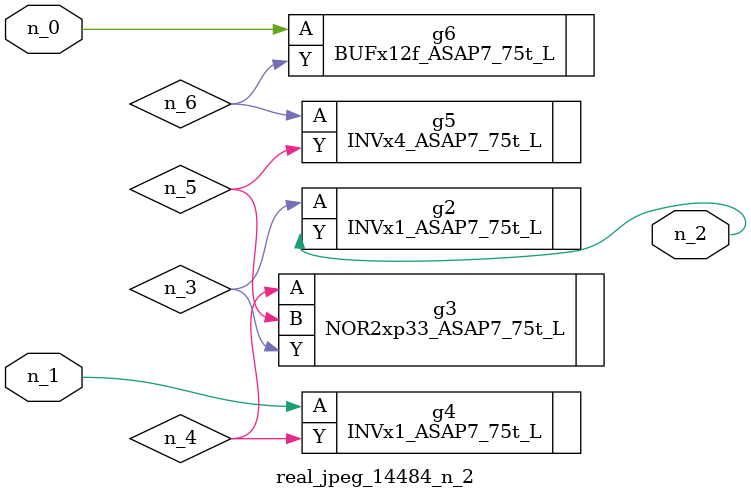
<source format=v>
module real_jpeg_14484_n_2 (n_1, n_0, n_2);

input n_1;
input n_0;

output n_2;

wire n_5;
wire n_4;
wire n_6;
wire n_3;

BUFx12f_ASAP7_75t_L g6 ( 
.A(n_0),
.Y(n_6)
);

INVx1_ASAP7_75t_L g4 ( 
.A(n_1),
.Y(n_4)
);

INVx1_ASAP7_75t_L g2 ( 
.A(n_3),
.Y(n_2)
);

NOR2xp33_ASAP7_75t_L g3 ( 
.A(n_4),
.B(n_5),
.Y(n_3)
);

INVx4_ASAP7_75t_L g5 ( 
.A(n_6),
.Y(n_5)
);


endmodule
</source>
